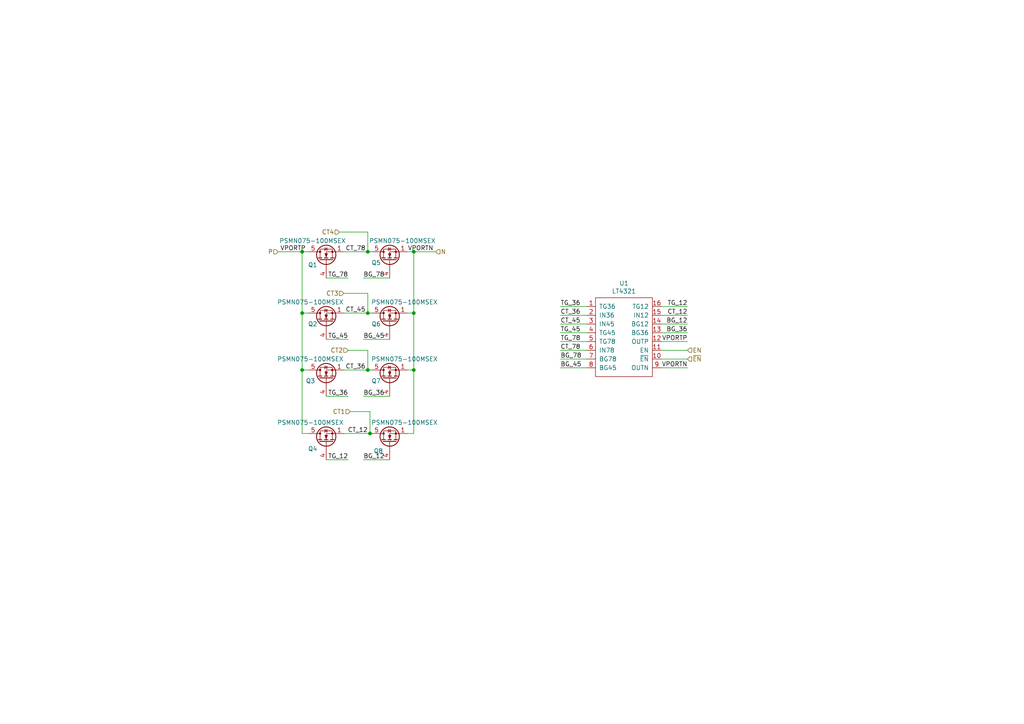
<source format=kicad_sch>
(kicad_sch (version 20211123) (generator eeschema)

  (uuid e9bb29b2-2bb9-4ea2-acd9-2bb3ca677a12)

  (paper "A4")

  (lib_symbols
    (symbol "Transistor_FET:PSMN5R2-60YL" (pin_names hide) (in_bom yes) (on_board yes)
      (property "Reference" "Q" (id 0) (at 6.35 2.54 0)
        (effects (font (size 1.27 1.27)))
      )
      (property "Value" "PSMN5R2-60YL" (id 1) (at 12.7 0 0)
        (effects (font (size 1.27 1.27)))
      )
      (property "Footprint" "Package_TO_SOT_SMD:LFPAK56" (id 2) (at 3.81 0 0)
        (effects (font (size 1.27 1.27)) hide)
      )
      (property "Datasheet" "https://assets.nexperia.com/documents/data-sheet/PSMN5R2-60YL.pdf" (id 3) (at 0 0 0)
        (effects (font (size 1.27 1.27)) hide)
      )
      (property "ki_keywords" "N-Channel MOSFET" (id 4) (at 0 0 0)
        (effects (font (size 1.27 1.27)) hide)
      )
      (property "ki_description" "100A, 60V Vds, N-Channel MOSFET, 5.2mOhm Ron, LFPAK56" (id 5) (at 0 0 0)
        (effects (font (size 1.27 1.27)) hide)
      )
      (property "ki_fp_filters" "LFPAK56*" (id 6) (at 0 0 0)
        (effects (font (size 1.27 1.27)) hide)
      )
      (symbol "PSMN5R2-60YL_0_1"
        (polyline
          (pts
            (xy 0.254 0)
            (xy -2.54 0)
          )
          (stroke (width 0) (type default) (color 0 0 0 0))
          (fill (type none))
        )
        (polyline
          (pts
            (xy 0.254 1.905)
            (xy 0.254 -1.905)
          )
          (stroke (width 0.254) (type default) (color 0 0 0 0))
          (fill (type none))
        )
        (polyline
          (pts
            (xy 0.762 -1.27)
            (xy 0.762 -2.286)
          )
          (stroke (width 0.254) (type default) (color 0 0 0 0))
          (fill (type none))
        )
        (polyline
          (pts
            (xy 0.762 0.508)
            (xy 0.762 -0.508)
          )
          (stroke (width 0.254) (type default) (color 0 0 0 0))
          (fill (type none))
        )
        (polyline
          (pts
            (xy 0.762 2.286)
            (xy 0.762 1.27)
          )
          (stroke (width 0.254) (type default) (color 0 0 0 0))
          (fill (type none))
        )
        (polyline
          (pts
            (xy 2.54 2.54)
            (xy 2.54 1.778)
          )
          (stroke (width 0) (type default) (color 0 0 0 0))
          (fill (type none))
        )
        (polyline
          (pts
            (xy 2.54 -2.54)
            (xy 2.54 0)
            (xy 0.762 0)
          )
          (stroke (width 0) (type default) (color 0 0 0 0))
          (fill (type none))
        )
        (polyline
          (pts
            (xy 0.762 -1.778)
            (xy 3.302 -1.778)
            (xy 3.302 1.778)
            (xy 0.762 1.778)
          )
          (stroke (width 0) (type default) (color 0 0 0 0))
          (fill (type none))
        )
        (polyline
          (pts
            (xy 1.016 0)
            (xy 2.032 0.381)
            (xy 2.032 -0.381)
            (xy 1.016 0)
          )
          (stroke (width 0) (type default) (color 0 0 0 0))
          (fill (type outline))
        )
        (polyline
          (pts
            (xy 2.794 0.508)
            (xy 2.921 0.381)
            (xy 3.683 0.381)
            (xy 3.81 0.254)
          )
          (stroke (width 0) (type default) (color 0 0 0 0))
          (fill (type none))
        )
        (polyline
          (pts
            (xy 3.302 0.381)
            (xy 2.921 -0.254)
            (xy 3.683 -0.254)
            (xy 3.302 0.381)
          )
          (stroke (width 0) (type default) (color 0 0 0 0))
          (fill (type none))
        )
        (circle (center 1.651 0) (radius 2.794)
          (stroke (width 0.254) (type default) (color 0 0 0 0))
          (fill (type none))
        )
        (circle (center 2.54 -1.778) (radius 0.254)
          (stroke (width 0) (type default) (color 0 0 0 0))
          (fill (type outline))
        )
        (circle (center 2.54 1.778) (radius 0.254)
          (stroke (width 0) (type default) (color 0 0 0 0))
          (fill (type outline))
        )
      )
      (symbol "PSMN5R2-60YL_1_1"
        (pin passive line (at 2.54 -5.08 90) (length 2.54)
          (name "S" (effects (font (size 1.27 1.27))))
          (number "1" (effects (font (size 1.27 1.27))))
        )
        (pin passive line (at 2.54 -5.08 90) (length 2.54) hide
          (name "S" (effects (font (size 1.27 1.27))))
          (number "2" (effects (font (size 1.27 1.27))))
        )
        (pin passive line (at 2.54 -5.08 90) (length 2.54) hide
          (name "S" (effects (font (size 1.27 1.27))))
          (number "3" (effects (font (size 1.27 1.27))))
        )
        (pin passive line (at -5.08 0 0) (length 2.54)
          (name "G" (effects (font (size 1.27 1.27))))
          (number "4" (effects (font (size 1.27 1.27))))
        )
        (pin passive line (at 2.54 5.08 270) (length 2.54)
          (name "D" (effects (font (size 1.27 1.27))))
          (number "5" (effects (font (size 1.27 1.27))))
        )
      )
    )
    (symbol "board-rescue:LT4321-Auto-Intern" (pin_names (offset 1.016)) (in_bom yes) (on_board yes)
      (property "Reference" "U" (id 0) (at -1.27 -12.7 0)
        (effects (font (size 1.27 1.27)))
      )
      (property "Value" "board-rescue_LT4321-Auto-Intern" (id 1) (at -1.27 -12.7 0)
        (effects (font (size 1.27 1.27)))
      )
      (property "Footprint" "digikey-footprints:WQFN-16-1EP_4x4mm" (id 2) (at -1.27 -12.7 0)
        (effects (font (size 1.27 1.27)) hide)
      )
      (property "Datasheet" "" (id 3) (at -1.27 -12.7 0)
        (effects (font (size 1.27 1.27)) hide)
      )
      (symbol "LT4321-Auto-Intern_0_1"
        (rectangle (start -8.89 11.43) (end 7.62 -11.43)
          (stroke (width 0) (type default) (color 0 0 0 0))
          (fill (type none))
        )
      )
      (symbol "LT4321-Auto-Intern_1_1"
        (pin output line (at -11.43 8.89 0) (length 2.54)
          (name "TG36" (effects (font (size 1.27 1.27))))
          (number "1" (effects (font (size 1.27 1.27))))
        )
        (pin input line (at 10.16 -6.35 180) (length 2.54)
          (name "~{EN}" (effects (font (size 1.27 1.27))))
          (number "10" (effects (font (size 1.27 1.27))))
        )
        (pin input line (at 10.16 -3.81 180) (length 2.54)
          (name "EN" (effects (font (size 1.27 1.27))))
          (number "11" (effects (font (size 1.27 1.27))))
        )
        (pin unspecified line (at 10.16 -1.27 180) (length 2.54)
          (name "OUTP" (effects (font (size 1.27 1.27))))
          (number "12" (effects (font (size 1.27 1.27))))
        )
        (pin output line (at 10.16 1.27 180) (length 2.54)
          (name "BG36" (effects (font (size 1.27 1.27))))
          (number "13" (effects (font (size 1.27 1.27))))
        )
        (pin output line (at 10.16 3.81 180) (length 2.54)
          (name "BG12" (effects (font (size 1.27 1.27))))
          (number "14" (effects (font (size 1.27 1.27))))
        )
        (pin input line (at 10.16 6.35 180) (length 2.54)
          (name "IN12" (effects (font (size 1.27 1.27))))
          (number "15" (effects (font (size 1.27 1.27))))
        )
        (pin output line (at 10.16 8.89 180) (length 2.54)
          (name "TG12" (effects (font (size 1.27 1.27))))
          (number "16" (effects (font (size 1.27 1.27))))
        )
        (pin unspecified line (at 10.16 -8.89 180) (length 2.54) hide
          (name "EP" (effects (font (size 1.27 1.27))))
          (number "17" (effects (font (size 1.27 1.27))))
        )
        (pin input line (at -11.43 6.35 0) (length 2.54)
          (name "IN36" (effects (font (size 1.27 1.27))))
          (number "2" (effects (font (size 1.27 1.27))))
        )
        (pin input line (at -11.43 3.81 0) (length 2.54)
          (name "IN45" (effects (font (size 1.27 1.27))))
          (number "3" (effects (font (size 1.27 1.27))))
        )
        (pin output line (at -11.43 1.27 0) (length 2.54)
          (name "TG45" (effects (font (size 1.27 1.27))))
          (number "4" (effects (font (size 1.27 1.27))))
        )
        (pin output line (at -11.43 -1.27 0) (length 2.54)
          (name "TG78" (effects (font (size 1.27 1.27))))
          (number "5" (effects (font (size 1.27 1.27))))
        )
        (pin input line (at -11.43 -3.81 0) (length 2.54)
          (name "IN78" (effects (font (size 1.27 1.27))))
          (number "6" (effects (font (size 1.27 1.27))))
        )
        (pin output line (at -11.43 -6.35 0) (length 2.54)
          (name "BG78" (effects (font (size 1.27 1.27))))
          (number "7" (effects (font (size 1.27 1.27))))
        )
        (pin output line (at -11.43 -8.89 0) (length 2.54)
          (name "BG45" (effects (font (size 1.27 1.27))))
          (number "8" (effects (font (size 1.27 1.27))))
        )
        (pin unspecified line (at 10.16 -8.89 180) (length 2.54)
          (name "OUTN" (effects (font (size 1.27 1.27))))
          (number "9" (effects (font (size 1.27 1.27))))
        )
      )
    )
  )

  (junction (at 87.63 107.315) (diameter 0) (color 0 0 0 0)
    (uuid 0f22151c-f260-4674-b486-4710a2c42a55)
  )
  (junction (at 106.68 73.025) (diameter 0) (color 0 0 0 0)
    (uuid 1f3003e6-dce5-420f-906b-3f1e92b67249)
  )
  (junction (at 87.63 73.025) (diameter 0) (color 0 0 0 0)
    (uuid 2d210a96-f81f-42a9-8bf4-1b43c11086f3)
  )
  (junction (at 120.015 90.805) (diameter 0) (color 0 0 0 0)
    (uuid 4c8eb964-bdf4-44de-90e9-e2ab82dd5313)
  )
  (junction (at 106.68 90.805) (diameter 0) (color 0 0 0 0)
    (uuid a15a7506-eae4-4933-84da-9ad754258706)
  )
  (junction (at 120.015 107.315) (diameter 0) (color 0 0 0 0)
    (uuid a1823eb2-fb0d-4ed8-8b96-04184ac3a9d5)
  )
  (junction (at 120.015 73.025) (diameter 0) (color 0 0 0 0)
    (uuid aa14c3bd-4acc-4908-9d28-228585a22a9d)
  )
  (junction (at 106.68 107.315) (diameter 0) (color 0 0 0 0)
    (uuid c25a772d-af9c-4ebc-96f6-0966738c13a8)
  )
  (junction (at 87.63 90.805) (diameter 0) (color 0 0 0 0)
    (uuid c41b3c8b-634e-435a-b582-96b83bbd4032)
  )
  (junction (at 107.315 125.73) (diameter 0) (color 0 0 0 0)
    (uuid c43663ee-9a0d-4f27-a292-89ba89964065)
  )

  (wire (pts (xy 120.015 90.805) (xy 118.11 90.805))
    (stroke (width 0) (type default) (color 0 0 0 0))
    (uuid 03c52831-5dc5-43c5-a442-8d23643b46fb)
  )
  (wire (pts (xy 106.68 67.31) (xy 106.68 73.025))
    (stroke (width 0) (type default) (color 0 0 0 0))
    (uuid 03caada9-9e22-4e2d-9035-b15433dfbb17)
  )
  (wire (pts (xy 191.77 104.14) (xy 199.39 104.14))
    (stroke (width 0) (type default) (color 0 0 0 0))
    (uuid 07b11ecf-30c1-411b-8ac0-0f14223e4555)
  )
  (wire (pts (xy 120.015 125.73) (xy 120.015 107.315))
    (stroke (width 0) (type default) (color 0 0 0 0))
    (uuid 0b21a65d-d20b-411e-920a-75c343ac5136)
  )
  (wire (pts (xy 87.63 90.805) (xy 89.535 90.805))
    (stroke (width 0) (type default) (color 0 0 0 0))
    (uuid 0eaa98f0-9565-4637-ace3-42a5231b07f7)
  )
  (wire (pts (xy 100.965 98.425) (xy 94.615 98.425))
    (stroke (width 0) (type default) (color 0 0 0 0))
    (uuid 0f54db53-a272-4955-88fb-d7ab00657bb0)
  )
  (wire (pts (xy 106.68 73.025) (xy 107.95 73.025))
    (stroke (width 0) (type default) (color 0 0 0 0))
    (uuid 0ff508fd-18da-4ab7-9844-3c8a28c2587e)
  )
  (wire (pts (xy 191.77 93.98) (xy 199.39 93.98))
    (stroke (width 0) (type default) (color 0 0 0 0))
    (uuid 12422a89-3d0c-485c-9386-f77121fd68fd)
  )
  (wire (pts (xy 120.015 73.025) (xy 126.365 73.025))
    (stroke (width 0) (type default) (color 0 0 0 0))
    (uuid 13c0ff76-ed71-4cd9-abb0-92c376825d5d)
  )
  (wire (pts (xy 87.63 90.805) (xy 87.63 107.315))
    (stroke (width 0) (type default) (color 0 0 0 0))
    (uuid 181abe7a-f941-42b6-bd46-aaa3131f90fb)
  )
  (wire (pts (xy 87.63 125.73) (xy 89.535 125.73))
    (stroke (width 0) (type default) (color 0 0 0 0))
    (uuid 1831fb37-1c5d-42c4-b898-151be6fca9dc)
  )
  (wire (pts (xy 191.77 88.9) (xy 199.39 88.9))
    (stroke (width 0) (type default) (color 0 0 0 0))
    (uuid 1a6d2848-e78e-49fe-8978-e1890f07836f)
  )
  (wire (pts (xy 162.56 106.68) (xy 170.18 106.68))
    (stroke (width 0) (type default) (color 0 0 0 0))
    (uuid 1d9cdadc-9036-4a95-b6db-fa7b3b74c869)
  )
  (wire (pts (xy 100.965 101.6) (xy 106.68 101.6))
    (stroke (width 0) (type default) (color 0 0 0 0))
    (uuid 1e8701fc-ad24-40ea-846a-e3db538d6077)
  )
  (wire (pts (xy 120.015 90.805) (xy 120.015 73.025))
    (stroke (width 0) (type default) (color 0 0 0 0))
    (uuid 29e78086-2175-405e-9ba3-c48766d2f50c)
  )
  (wire (pts (xy 162.56 99.06) (xy 170.18 99.06))
    (stroke (width 0) (type default) (color 0 0 0 0))
    (uuid 2f215f15-3d52-4c91-93e6-3ea03a95622f)
  )
  (wire (pts (xy 120.015 107.315) (xy 118.11 107.315))
    (stroke (width 0) (type default) (color 0 0 0 0))
    (uuid 3cd1bda0-18db-417d-b581-a0c50623df68)
  )
  (wire (pts (xy 199.39 101.6) (xy 191.77 101.6))
    (stroke (width 0) (type default) (color 0 0 0 0))
    (uuid 40165eda-4ba6-4565-9bb4-b9df6dbb08da)
  )
  (wire (pts (xy 199.39 106.68) (xy 191.77 106.68))
    (stroke (width 0) (type default) (color 0 0 0 0))
    (uuid 45008225-f50f-4d6b-b508-6730a9408caf)
  )
  (wire (pts (xy 191.77 99.06) (xy 199.39 99.06))
    (stroke (width 0) (type default) (color 0 0 0 0))
    (uuid 5042d4db-fa26-4dae-9547-1021c38834ba)
  )
  (wire (pts (xy 162.56 93.98) (xy 170.18 93.98))
    (stroke (width 0) (type default) (color 0 0 0 0))
    (uuid 63ff1c93-3f96-4c33-b498-5dd8c33bccc0)
  )
  (wire (pts (xy 100.965 114.935) (xy 94.615 114.935))
    (stroke (width 0) (type default) (color 0 0 0 0))
    (uuid 6441b183-b8f2-458f-a23d-60e2b1f66dd6)
  )
  (wire (pts (xy 162.56 88.9) (xy 170.18 88.9))
    (stroke (width 0) (type default) (color 0 0 0 0))
    (uuid 6475547d-3216-45a4-a15c-48314f1dd0f9)
  )
  (wire (pts (xy 100.965 133.35) (xy 94.615 133.35))
    (stroke (width 0) (type default) (color 0 0 0 0))
    (uuid 66043bca-a260-4915-9fce-8a51d324c687)
  )
  (wire (pts (xy 99.695 125.73) (xy 107.315 125.73))
    (stroke (width 0) (type default) (color 0 0 0 0))
    (uuid 666713b0-70f4-42df-8761-f65bc212d03b)
  )
  (wire (pts (xy 87.63 73.025) (xy 87.63 90.805))
    (stroke (width 0) (type default) (color 0 0 0 0))
    (uuid 704d6d51-bb34-4cbf-83d8-841e208048d8)
  )
  (wire (pts (xy 99.695 107.315) (xy 106.68 107.315))
    (stroke (width 0) (type default) (color 0 0 0 0))
    (uuid 7aed3a71-054b-4aaa-9c0a-030523c32827)
  )
  (wire (pts (xy 105.41 133.35) (xy 113.03 133.35))
    (stroke (width 0) (type default) (color 0 0 0 0))
    (uuid 7bbf981c-a063-4e30-8911-e4228e1c0743)
  )
  (wire (pts (xy 191.77 91.44) (xy 199.39 91.44))
    (stroke (width 0) (type default) (color 0 0 0 0))
    (uuid 7d34f6b1-ab31-49be-b011-c67fe67a8a56)
  )
  (wire (pts (xy 99.695 73.025) (xy 106.68 73.025))
    (stroke (width 0) (type default) (color 0 0 0 0))
    (uuid 7dc880bc-e7eb-4cce-8d8c-0b65a9dd788e)
  )
  (wire (pts (xy 89.535 73.025) (xy 87.63 73.025))
    (stroke (width 0) (type default) (color 0 0 0 0))
    (uuid 8174b4de-74b1-48db-ab8e-c8432251095b)
  )
  (wire (pts (xy 106.68 107.315) (xy 107.95 107.315))
    (stroke (width 0) (type default) (color 0 0 0 0))
    (uuid 8c514922-ffe1-4e37-a260-e807409f2e0d)
  )
  (wire (pts (xy 98.425 67.31) (xy 106.68 67.31))
    (stroke (width 0) (type default) (color 0 0 0 0))
    (uuid 8ca3e20d-bcc7-4c5e-9deb-562dfed9fecb)
  )
  (wire (pts (xy 191.77 96.52) (xy 199.39 96.52))
    (stroke (width 0) (type default) (color 0 0 0 0))
    (uuid 8e06ba1f-e3ba-4eb9-a10e-887dffd566d6)
  )
  (wire (pts (xy 99.695 90.805) (xy 106.68 90.805))
    (stroke (width 0) (type default) (color 0 0 0 0))
    (uuid 9157f4ae-0244-4ff1-9f73-3cb4cbb5f280)
  )
  (wire (pts (xy 87.63 107.315) (xy 87.63 125.73))
    (stroke (width 0) (type default) (color 0 0 0 0))
    (uuid 9340c285-5767-42d5-8b6d-63fe2a40ddf3)
  )
  (wire (pts (xy 120.015 73.025) (xy 118.11 73.025))
    (stroke (width 0) (type default) (color 0 0 0 0))
    (uuid 94a873dc-af67-4ef9-8159-1f7c93eeb3d7)
  )
  (wire (pts (xy 105.41 80.645) (xy 113.03 80.645))
    (stroke (width 0) (type default) (color 0 0 0 0))
    (uuid 97fe9c60-586f-4895-8504-4d3729f5f81a)
  )
  (wire (pts (xy 162.56 101.6) (xy 170.18 101.6))
    (stroke (width 0) (type default) (color 0 0 0 0))
    (uuid 9e1b837f-0d34-4a18-9644-9ee68f141f46)
  )
  (wire (pts (xy 107.315 119.38) (xy 107.315 125.73))
    (stroke (width 0) (type default) (color 0 0 0 0))
    (uuid aca4de92-9c41-4c2b-9afa-540d02dafa1c)
  )
  (wire (pts (xy 105.41 114.935) (xy 113.03 114.935))
    (stroke (width 0) (type default) (color 0 0 0 0))
    (uuid b5352a33-563a-4ffe-a231-2e68fb54afa3)
  )
  (wire (pts (xy 162.56 91.44) (xy 170.18 91.44))
    (stroke (width 0) (type default) (color 0 0 0 0))
    (uuid b88717bd-086f-46cd-9d3f-0396009d0996)
  )
  (wire (pts (xy 162.56 104.14) (xy 170.18 104.14))
    (stroke (width 0) (type default) (color 0 0 0 0))
    (uuid bd5408e4-362d-4e43-9d39-78fb99eb52c8)
  )
  (wire (pts (xy 100.965 80.645) (xy 94.615 80.645))
    (stroke (width 0) (type default) (color 0 0 0 0))
    (uuid bdc7face-9f7c-4701-80bb-4cc144448db1)
  )
  (wire (pts (xy 162.56 96.52) (xy 170.18 96.52))
    (stroke (width 0) (type default) (color 0 0 0 0))
    (uuid c0eca5ed-bc5e-4618-9bcd-80945bea41ed)
  )
  (wire (pts (xy 107.315 125.73) (xy 107.95 125.73))
    (stroke (width 0) (type default) (color 0 0 0 0))
    (uuid c830e3bc-dc64-4f65-8f47-3b106bae2807)
  )
  (wire (pts (xy 106.68 85.09) (xy 106.68 90.805))
    (stroke (width 0) (type default) (color 0 0 0 0))
    (uuid c8c79177-94d4-43e2-a654-f0a5554fbb68)
  )
  (wire (pts (xy 87.63 107.315) (xy 89.535 107.315))
    (stroke (width 0) (type default) (color 0 0 0 0))
    (uuid ce83728b-bebd-48c2-8734-b6a50d837931)
  )
  (wire (pts (xy 106.68 90.805) (xy 107.95 90.805))
    (stroke (width 0) (type default) (color 0 0 0 0))
    (uuid d3c11c8f-a73d-4211-934b-a6da255728ad)
  )
  (wire (pts (xy 105.41 98.425) (xy 113.03 98.425))
    (stroke (width 0) (type default) (color 0 0 0 0))
    (uuid d4a1d3c4-b315-4bec-9220-d12a9eab51e0)
  )
  (wire (pts (xy 106.68 101.6) (xy 106.68 107.315))
    (stroke (width 0) (type default) (color 0 0 0 0))
    (uuid d5641ac9-9be7-46bf-90b3-6c83d852b5ba)
  )
  (wire (pts (xy 120.015 107.315) (xy 120.015 90.805))
    (stroke (width 0) (type default) (color 0 0 0 0))
    (uuid d57dcfee-5058-4fc2-a68b-05f9a48f685b)
  )
  (wire (pts (xy 101.6 119.38) (xy 107.315 119.38))
    (stroke (width 0) (type default) (color 0 0 0 0))
    (uuid d7269d2a-b8c0-422d-8f25-f79ea31bf75e)
  )
  (wire (pts (xy 99.695 85.09) (xy 106.68 85.09))
    (stroke (width 0) (type default) (color 0 0 0 0))
    (uuid e21aa84b-970e-47cf-b64f-3b55ee0e1b51)
  )
  (wire (pts (xy 118.11 125.73) (xy 120.015 125.73))
    (stroke (width 0) (type default) (color 0 0 0 0))
    (uuid fe8d9267-7834-48d6-a191-c8724b2ee78d)
  )
  (wire (pts (xy 80.645 73.025) (xy 87.63 73.025))
    (stroke (width 0) (type default) (color 0 0 0 0))
    (uuid ffd175d1-912a-4224-be1e-a8198680f46b)
  )

  (label "CT_12" (at 199.39 91.44 180)
    (effects (font (size 1.27 1.27)) (justify right bottom))
    (uuid 003c2200-0632-4808-a662-8ddd5d30c768)
  )
  (label "TG_45" (at 162.56 96.52 0)
    (effects (font (size 1.27 1.27)) (justify left bottom))
    (uuid 0217dfc4-fc13-4699-99ad-d9948522648e)
  )
  (label "CT_36" (at 106.045 107.315 180)
    (effects (font (size 1.27 1.27)) (justify right bottom))
    (uuid 1a1ab354-5f85-45f9-938c-9f6c4c8c3ea2)
  )
  (label "TG_78" (at 100.965 80.645 180)
    (effects (font (size 1.27 1.27)) (justify right bottom))
    (uuid 1bf544e3-5940-4576-9291-2464e95c0ee2)
  )
  (label "BG_12" (at 199.39 93.98 180)
    (effects (font (size 1.27 1.27)) (justify right bottom))
    (uuid 24f7628d-681d-4f0e-8409-40a129e929d9)
  )
  (label "BG_12" (at 105.41 133.35 0)
    (effects (font (size 1.27 1.27)) (justify left bottom))
    (uuid 2d6db888-4e40-41c8-b701-07170fc894bc)
  )
  (label "BG_36" (at 105.41 114.935 0)
    (effects (font (size 1.27 1.27)) (justify left bottom))
    (uuid 31e08896-1992-4725-96d9-9d2728bca7a3)
  )
  (label "TG_12" (at 199.39 88.9 180)
    (effects (font (size 1.27 1.27)) (justify right bottom))
    (uuid 3a7648d8-121a-4921-9b92-9b35b76ce39b)
  )
  (label "BG_78" (at 105.41 80.645 0)
    (effects (font (size 1.27 1.27)) (justify left bottom))
    (uuid 3aaee4c4-dbf7-49a5-a620-9465d8cc3ae7)
  )
  (label "BG_36" (at 199.39 96.52 180)
    (effects (font (size 1.27 1.27)) (justify right bottom))
    (uuid 3e903008-0276-4a73-8edb-5d9dfde6297c)
  )
  (label "CT_45" (at 106.045 90.805 180)
    (effects (font (size 1.27 1.27)) (justify right bottom))
    (uuid 42713045-fffd-4b2d-ae1e-7232d705fb12)
  )
  (label "TG_78" (at 162.56 99.06 0)
    (effects (font (size 1.27 1.27)) (justify left bottom))
    (uuid 61fe293f-6808-4b7f-9340-9aaac7054a97)
  )
  (label "BG_45" (at 162.56 106.68 0)
    (effects (font (size 1.27 1.27)) (justify left bottom))
    (uuid 6bfe5804-2ef9-4c65-b2a7-f01e4014370a)
  )
  (label "CT_12" (at 106.68 125.73 180)
    (effects (font (size 1.27 1.27)) (justify right bottom))
    (uuid 6c2e273e-743c-4f1e-a647-4171f8122550)
  )
  (label "TG_36" (at 162.56 88.9 0)
    (effects (font (size 1.27 1.27)) (justify left bottom))
    (uuid 75ffc65c-7132-4411-9f2a-ae0c73d79338)
  )
  (label "BG_45" (at 105.41 98.425 0)
    (effects (font (size 1.27 1.27)) (justify left bottom))
    (uuid 80094b70-85ab-4ff6-934b-60d5ee65023a)
  )
  (label "TG_12" (at 100.965 133.35 180)
    (effects (font (size 1.27 1.27)) (justify right bottom))
    (uuid 852dabbf-de45-4470-8176-59d37a754407)
  )
  (label "VPORTN" (at 199.39 106.68 180)
    (effects (font (size 1.27 1.27)) (justify right bottom))
    (uuid 8c6a821f-8e19-48f3-8f44-9b340f7689bc)
  )
  (label "BG_78" (at 162.56 104.14 0)
    (effects (font (size 1.27 1.27)) (justify left bottom))
    (uuid 8da933a9-35f8-42e6-8504-d1bab7264306)
  )
  (label "TG_45" (at 100.965 98.425 180)
    (effects (font (size 1.27 1.27)) (justify right bottom))
    (uuid 922058ca-d09a-45fd-8394-05f3e2c1e03a)
  )
  (label "CT_45" (at 162.56 93.98 0)
    (effects (font (size 1.27 1.27)) (justify left bottom))
    (uuid 9b0a1687-7e1b-4a04-a30b-c27a072a2949)
  )
  (label "VPORTN" (at 125.73 73.025 180)
    (effects (font (size 1.27 1.27)) (justify right bottom))
    (uuid 9bb20359-0f8b-45bc-9d38-6626ed3a939d)
  )
  (label "VPORTP" (at 199.39 99.06 180)
    (effects (font (size 1.27 1.27)) (justify right bottom))
    (uuid a544eb0a-75db-4baf-bf54-9ca21744343b)
  )
  (label "TG_36" (at 100.965 114.935 180)
    (effects (font (size 1.27 1.27)) (justify right bottom))
    (uuid bfc0aadc-38cf-466e-a642-68fdc3138c78)
  )
  (label "CT_78" (at 162.56 101.6 0)
    (effects (font (size 1.27 1.27)) (justify left bottom))
    (uuid c01d25cd-f4bb-4ef3-b5ea-533a2a4ddb2b)
  )
  (label "CT_78" (at 106.045 73.025 180)
    (effects (font (size 1.27 1.27)) (justify right bottom))
    (uuid c0515cd2-cdaa-467e-8354-0f6eadfa35c9)
  )
  (label "VPORTP" (at 81.28 73.025 0)
    (effects (font (size 1.27 1.27)) (justify left bottom))
    (uuid e857610b-4434-4144-b04e-43c1ebdc5ceb)
  )
  (label "CT_36" (at 162.56 91.44 0)
    (effects (font (size 1.27 1.27)) (justify left bottom))
    (uuid ee27d19c-8dca-4ac8-a760-6dfd54d28071)
  )

  (hierarchical_label "CT2" (shape input) (at 100.965 101.6 180)
    (effects (font (size 1.27 1.27)) (justify right))
    (uuid 25d545dc-8f50-4573-922c-35ef5a2a3a19)
  )
  (hierarchical_label "P" (shape input) (at 80.645 73.025 180)
    (effects (font (size 1.27 1.27)) (justify right))
    (uuid 378af8b4-af3d-46e7-89ae-deff12ca9067)
  )
  (hierarchical_label "CT3" (shape input) (at 99.695 85.09 180)
    (effects (font (size 1.27 1.27)) (justify right))
    (uuid 40976bf0-19de-460f-ad64-224d4f51e16b)
  )
  (hierarchical_label "~{EN}" (shape input) (at 199.39 104.14 0)
    (effects (font (size 1.27 1.27)) (justify left))
    (uuid 51123cfc-26e0-4034-9589-0f92876aee00)
  )
  (hierarchical_label "CT4" (shape input) (at 98.425 67.31 180)
    (effects (font (size 1.27 1.27)) (justify right))
    (uuid 639c0e59-e95c-4114-bccd-2e7277505454)
  )
  (hierarchical_label "N" (shape input) (at 126.365 73.025 0)
    (effects (font (size 1.27 1.27)) (justify left))
    (uuid a27eb049-c992-4f11-a026-1e6a8d9d0160)
  )
  (hierarchical_label "EN" (shape input) (at 199.39 101.6 0)
    (effects (font (size 1.27 1.27)) (justify left))
    (uuid df9f441f-3c3b-4922-9959-61463606eb72)
  )
  (hierarchical_label "CT1" (shape input) (at 101.6 119.38 180)
    (effects (font (size 1.27 1.27)) (justify right))
    (uuid e8c50f1b-c316-4110-9cce-5c24c65a1eaa)
  )

  (symbol (lib_id "Transistor_FET:PSMN5R2-60YL") (at 113.03 128.27 90) (unit 1)
    (in_bom yes) (on_board yes)
    (uuid 00000000-0000-0000-0000-0000603230ee)
    (property "Reference" "Q8" (id 0) (at 111.125 130.81 90)
      (effects (font (size 1.27 1.27)) (justify left))
    )
    (property "Value" "PSMN075-100MSEX" (id 1) (at 127 122.555 90)
      (effects (font (size 1.27 1.27)) (justify left))
    )
    (property "Footprint" "Package_TO_SOT_SMD:LFPAK33" (id 2) (at 113.03 124.46 0)
      (effects (font (size 1.27 1.27)) hide)
    )
    (property "Datasheet" "https://assets.nexperia.com/documents/data-sheet/PSMN075-100MSE.pdf" (id 3) (at 113.03 128.27 0)
      (effects (font (size 1.27 1.27)) hide)
    )
    (property "MPN" "PSMN075-100MSEX" (id 4) (at 113.03 128.27 0)
      (effects (font (size 1.27 1.27)) hide)
    )
    (pin "1" (uuid ff8c2871-7c9b-4de3-baec-30db09fd1a6f))
    (pin "2" (uuid ae93933d-bd7e-4401-b9d9-e5d7ebc1523c))
    (pin "3" (uuid 9e8cf55f-aa42-463b-a91a-de04527fe165))
    (pin "4" (uuid 9d6f01bf-507b-4b70-82a7-182a04da9e3f))
    (pin "5" (uuid 7e881b05-98b1-4290-99fa-d895271485f2))
  )

  (symbol (lib_id "Transistor_FET:PSMN5R2-60YL") (at 94.615 128.27 90) (unit 1)
    (in_bom yes) (on_board yes)
    (uuid 00000000-0000-0000-0000-0000603230f5)
    (property "Reference" "Q4" (id 0) (at 92.075 130.175 90)
      (effects (font (size 1.27 1.27)) (justify left))
    )
    (property "Value" "PSMN075-100MSEX" (id 1) (at 99.695 122.555 90)
      (effects (font (size 1.27 1.27)) (justify left))
    )
    (property "Footprint" "Package_TO_SOT_SMD:LFPAK33" (id 2) (at 94.615 124.46 0)
      (effects (font (size 1.27 1.27)) hide)
    )
    (property "Datasheet" "https://assets.nexperia.com/documents/data-sheet/PSMN075-100MSE.pdf" (id 3) (at 94.615 128.27 0)
      (effects (font (size 1.27 1.27)) hide)
    )
    (property "MPN" "PSMN075-100MSEX" (id 4) (at 94.615 128.27 0)
      (effects (font (size 1.27 1.27)) hide)
    )
    (pin "1" (uuid 23b8c23a-2853-40c3-a53a-30fd914fa018))
    (pin "2" (uuid 117f6fce-4f6e-4649-a84d-010b44e16fb7))
    (pin "3" (uuid ec99da8a-ed80-4172-9b0e-c3433a0641fd))
    (pin "4" (uuid 3c6e5582-ed52-4848-b93d-0595f2132de1))
    (pin "5" (uuid 2362ab0b-f0e6-45cd-ae55-35e0b04223a0))
  )

  (symbol (lib_id "Transistor_FET:PSMN5R2-60YL") (at 113.03 109.855 90) (unit 1)
    (in_bom yes) (on_board yes)
    (uuid 00000000-0000-0000-0000-0000603230fc)
    (property "Reference" "Q7" (id 0) (at 110.49 110.49 90)
      (effects (font (size 1.27 1.27)) (justify left))
    )
    (property "Value" "PSMN075-100MSEX" (id 1) (at 127 104.14 90)
      (effects (font (size 1.27 1.27)) (justify left))
    )
    (property "Footprint" "Package_TO_SOT_SMD:LFPAK33" (id 2) (at 113.03 106.045 0)
      (effects (font (size 1.27 1.27)) hide)
    )
    (property "Datasheet" "https://assets.nexperia.com/documents/data-sheet/PSMN075-100MSE.pdf" (id 3) (at 113.03 109.855 0)
      (effects (font (size 1.27 1.27)) hide)
    )
    (property "MPN" "PSMN075-100MSEX" (id 4) (at 113.03 109.855 0)
      (effects (font (size 1.27 1.27)) hide)
    )
    (pin "1" (uuid b68fb755-a6f4-4cdc-81fa-00c58dff8c81))
    (pin "2" (uuid a84167a5-3fcc-45b7-9498-b172a3729496))
    (pin "3" (uuid 94b6b5f0-f01b-4ffa-a5fa-84fa522d0ba9))
    (pin "4" (uuid da90ff7d-1c83-49a0-ab85-12713556e74c))
    (pin "5" (uuid 983433cc-102b-4b43-a9ae-d81e4e410214))
  )

  (symbol (lib_id "Transistor_FET:PSMN5R2-60YL") (at 94.615 109.855 90) (unit 1)
    (in_bom yes) (on_board yes)
    (uuid 00000000-0000-0000-0000-000060323103)
    (property "Reference" "Q3" (id 0) (at 91.44 110.49 90)
      (effects (font (size 1.27 1.27)) (justify left))
    )
    (property "Value" "PSMN075-100MSEX" (id 1) (at 99.695 104.14 90)
      (effects (font (size 1.27 1.27)) (justify left))
    )
    (property "Footprint" "Package_TO_SOT_SMD:LFPAK33" (id 2) (at 94.615 106.045 0)
      (effects (font (size 1.27 1.27)) hide)
    )
    (property "Datasheet" "https://assets.nexperia.com/documents/data-sheet/PSMN075-100MSE.pdf" (id 3) (at 94.615 109.855 0)
      (effects (font (size 1.27 1.27)) hide)
    )
    (property "MPN" "PSMN075-100MSEX" (id 4) (at 94.615 109.855 0)
      (effects (font (size 1.27 1.27)) hide)
    )
    (pin "1" (uuid ba7b530d-9be0-4def-8454-8e16aafbce41))
    (pin "2" (uuid c02f163d-7ad2-44f1-a24d-9a554c371384))
    (pin "3" (uuid c6a9b2da-bd30-4983-ad00-dc03e640a581))
    (pin "4" (uuid a4ad2a42-7fbf-4229-aa42-a4b8c66f5d7d))
    (pin "5" (uuid d32aa816-7aa3-40fe-b15e-acdc5bba6dc2))
  )

  (symbol (lib_id "Transistor_FET:PSMN5R2-60YL") (at 113.03 93.345 90) (unit 1)
    (in_bom yes) (on_board yes)
    (uuid 00000000-0000-0000-0000-00006032310a)
    (property "Reference" "Q6" (id 0) (at 110.49 93.98 90)
      (effects (font (size 1.27 1.27)) (justify left))
    )
    (property "Value" "PSMN075-100MSEX" (id 1) (at 127 87.63 90)
      (effects (font (size 1.27 1.27)) (justify left))
    )
    (property "Footprint" "Package_TO_SOT_SMD:LFPAK33" (id 2) (at 113.03 89.535 0)
      (effects (font (size 1.27 1.27)) hide)
    )
    (property "Datasheet" "https://assets.nexperia.com/documents/data-sheet/PSMN075-100MSE.pdf" (id 3) (at 113.03 93.345 0)
      (effects (font (size 1.27 1.27)) hide)
    )
    (property "MPN" "PSMN075-100MSEX" (id 4) (at 113.03 93.345 0)
      (effects (font (size 1.27 1.27)) hide)
    )
    (pin "1" (uuid 05a14597-8155-4f2f-a215-de004c39f54d))
    (pin "2" (uuid ba684d7c-206a-4c98-b824-40bb57bcd818))
    (pin "3" (uuid 05f67689-b87d-4a73-ba19-8cfc59729f07))
    (pin "4" (uuid bbb56580-aa81-45cb-b1b7-ba0c984ed065))
    (pin "5" (uuid b146471c-fbe5-47f5-9d13-b2781f1eec8e))
  )

  (symbol (lib_id "Transistor_FET:PSMN5R2-60YL") (at 94.615 93.345 90) (unit 1)
    (in_bom yes) (on_board yes)
    (uuid 00000000-0000-0000-0000-000060323111)
    (property "Reference" "Q2" (id 0) (at 92.075 93.98 90)
      (effects (font (size 1.27 1.27)) (justify left))
    )
    (property "Value" "PSMN075-100MSEX" (id 1) (at 99.695 87.63 90)
      (effects (font (size 1.27 1.27)) (justify left))
    )
    (property "Footprint" "Package_TO_SOT_SMD:LFPAK33" (id 2) (at 94.615 89.535 0)
      (effects (font (size 1.27 1.27)) hide)
    )
    (property "Datasheet" "https://assets.nexperia.com/documents/data-sheet/PSMN075-100MSE.pdf" (id 3) (at 94.615 93.345 0)
      (effects (font (size 1.27 1.27)) hide)
    )
    (property "MPN" "PSMN075-100MSEX" (id 4) (at 94.615 93.345 0)
      (effects (font (size 1.27 1.27)) hide)
    )
    (pin "1" (uuid 119cd2ee-6025-406f-acfc-adcac3592135))
    (pin "2" (uuid aede887e-5713-4410-b301-8003185f738f))
    (pin "3" (uuid 0ebc7e3d-c040-4c6e-aaf8-1870c68a4ff3))
    (pin "4" (uuid 5d8b52e3-6cf3-4957-a7be-c8e9a1edb540))
    (pin "5" (uuid 9ceea79f-ef80-4e41-a251-1e78376f0a53))
  )

  (symbol (lib_id "Transistor_FET:PSMN5R2-60YL") (at 113.03 75.565 90) (unit 1)
    (in_bom yes) (on_board yes)
    (uuid 00000000-0000-0000-0000-000060323118)
    (property "Reference" "Q5" (id 0) (at 110.49 76.2 90)
      (effects (font (size 1.27 1.27)) (justify left))
    )
    (property "Value" "PSMN075-100MSEX" (id 1) (at 126.365 69.85 90)
      (effects (font (size 1.27 1.27)) (justify left))
    )
    (property "Footprint" "Package_TO_SOT_SMD:LFPAK33" (id 2) (at 113.03 71.755 0)
      (effects (font (size 1.27 1.27)) hide)
    )
    (property "Datasheet" "https://assets.nexperia.com/documents/data-sheet/PSMN075-100MSE.pdf" (id 3) (at 113.03 75.565 0)
      (effects (font (size 1.27 1.27)) hide)
    )
    (property "MPN" "PSMN075-100MSEX" (id 4) (at 113.03 75.565 0)
      (effects (font (size 1.27 1.27)) hide)
    )
    (pin "1" (uuid 88a77af6-5cc0-4264-b177-412fab1f38d2))
    (pin "2" (uuid 4605c20a-6c32-4ba9-9d98-157265e5d2d4))
    (pin "3" (uuid 56504f65-96d9-4604-a878-5df8bedb6653))
    (pin "4" (uuid f0975aab-9018-4c2c-83a3-ecbae5bfb12a))
    (pin "5" (uuid ab4e121c-071f-4432-a221-b67e64d6ff8d))
  )

  (symbol (lib_id "Transistor_FET:PSMN5R2-60YL") (at 94.615 75.565 90) (unit 1)
    (in_bom yes) (on_board yes)
    (uuid 00000000-0000-0000-0000-00006032311f)
    (property "Reference" "Q1" (id 0) (at 92.075 76.835 90)
      (effects (font (size 1.27 1.27)) (justify left))
    )
    (property "Value" "PSMN075-100MSEX" (id 1) (at 100.33 69.85 90)
      (effects (font (size 1.27 1.27)) (justify left))
    )
    (property "Footprint" "Package_TO_SOT_SMD:LFPAK33" (id 2) (at 94.615 71.755 0)
      (effects (font (size 1.27 1.27)) hide)
    )
    (property "Datasheet" "https://assets.nexperia.com/documents/data-sheet/PSMN075-100MSE.pdf" (id 3) (at 94.615 75.565 0)
      (effects (font (size 1.27 1.27)) hide)
    )
    (property "MPN" "PSMN075-100MSEX" (id 4) (at 94.615 75.565 0)
      (effects (font (size 1.27 1.27)) hide)
    )
    (pin "1" (uuid c1815e63-5999-4d25-8dc0-c63ae372e426))
    (pin "2" (uuid 4bee3b93-9a25-4a62-bc3b-7a216b6aba9d))
    (pin "3" (uuid d868ec48-42f4-4608-baef-8e135bf87a69))
    (pin "4" (uuid 8ef8ab63-d78b-49e0-89aa-d7de17fdbe74))
    (pin "5" (uuid 7b669a9c-8885-4737-8192-e35d45fe2c93))
  )

  (symbol (lib_id "board-rescue:LT4321-Auto-Intern") (at 181.61 97.79 0) (unit 1)
    (in_bom yes) (on_board yes)
    (uuid 00000000-0000-0000-0000-000060323155)
    (property "Reference" "U1" (id 0) (at 180.975 82.169 0))
    (property "Value" "LT4321" (id 1) (at 180.975 84.4804 0))
    (property "Footprint" "Package_DFN_QFN:WQFN-16-1EP_4x4mm_P0.5mm_EP2.6x2.6mm" (id 2) (at 180.34 110.49 0)
      (effects (font (size 1.27 1.27)) hide)
    )
    (property "Datasheet" "http://www.linear.com/docs/43964" (id 3) (at 180.34 110.49 0)
      (effects (font (size 1.27 1.27)) hide)
    )
    (property "Digi-Key_PN" "LT4321IUF#PBF-ND" (id 4) (at 181.61 97.79 0)
      (effects (font (size 1.27 1.27)) hide)
    )
    (property "MPN" "LT4321IUF#PBF" (id 5) (at 181.61 97.79 0)
      (effects (font (size 1.27 1.27)) hide)
    )
    (pin "1" (uuid 35519fd5-08ff-4fab-91c9-037e2a0c1c90))
    (pin "10" (uuid e1bb8278-8661-48b3-8c4a-2e2543ea53b5))
    (pin "11" (uuid da9cac19-080a-44fc-94cf-8e4d6da93cd3))
    (pin "12" (uuid 8ba9c3fb-46f6-4875-a664-e313ccfeba0c))
    (pin "13" (uuid f8933443-3eda-49a4-a3dd-e25c75852b5a))
    (pin "14" (uuid 9e19b2a4-ed99-43e2-8f47-aa18bac2b22e))
    (pin "15" (uuid 04b75106-8d7d-48e6-ae2b-ca4f98924cb4))
    (pin "16" (uuid 76d746f4-3f58-4c51-b2a3-c1e775832b8f))
    (pin "17" (uuid f03478ba-f8e8-4ce7-a1fa-dca7b15de97a))
    (pin "2" (uuid 7b48c09d-366d-471a-ab6a-af36bac922ac))
    (pin "3" (uuid a2512eb5-1205-4c98-854b-ff2f58d6be51))
    (pin "4" (uuid 2b23d0e4-c3a2-4f0d-9455-e00e556f6b81))
    (pin "5" (uuid 5830b252-f9bf-4c02-87b8-7eda50f7a6a1))
    (pin "6" (uuid bbe51e1f-e697-4c04-8bf9-02c0c3c6731e))
    (pin "7" (uuid 3cbf0079-fd32-4253-a192-734de2b6823b))
    (pin "8" (uuid 14c9319a-850d-4254-aa4f-5f36c5dcf324))
    (pin "9" (uuid 74a11fb2-4d5c-4874-ac13-c84be9c8bd99))
  )
)

</source>
